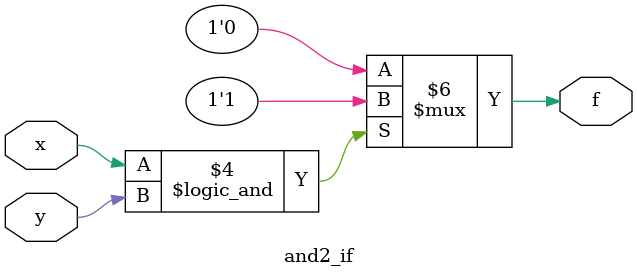
<source format=v>
module and2_if (
	input x,
	input y,
	output f
);
	reg f;
	
always @(*) begin
	if(x == 1 && y ==1)
		f = 1;
	else
		f = 0;
end
endmodule

</source>
